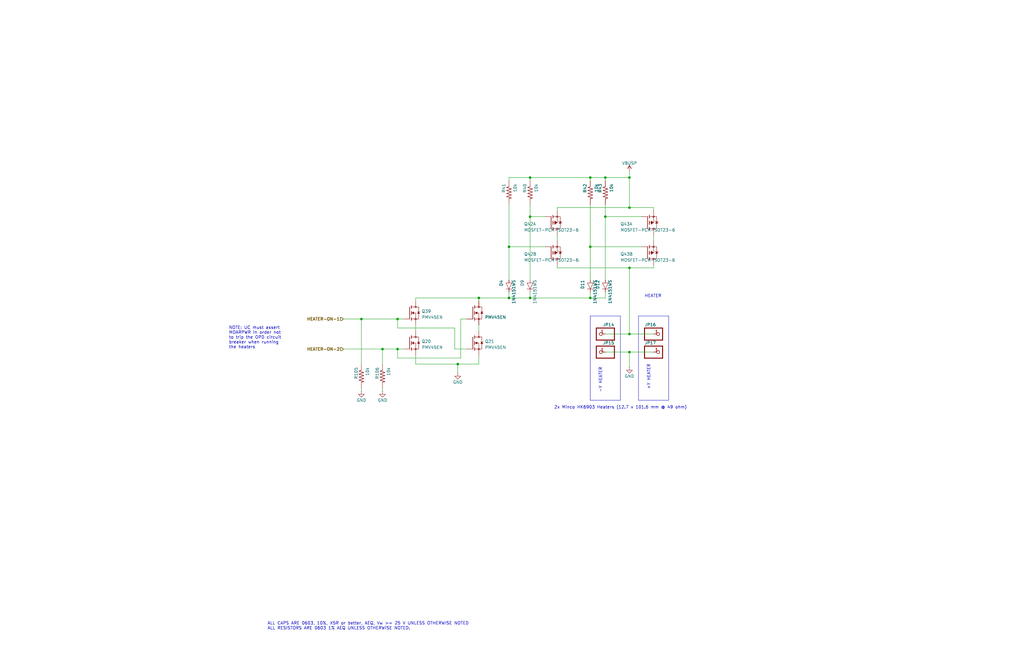
<source format=kicad_sch>
(kicad_sch (version 20250114) (generator "eeschema") (generator_version "9.0")
  (paper "B")
  (title_block (title "OreSat Battery Card") (date "2026-01-10") (rev "4.0") (company "Portland State Aerospace Society"))
  (lib_symbols
    (symbol "oresat-batteries-eagle-import:N-MOSFET-SOT-23-3"
      (property "Reference" "Q" (at 5.08 0 0))
      (symbol "N-MOSFET-SOT-23-3_1_0"
        (polyline (pts (xy 0 2.54) (xy 0 -2.54)) (stroke (width 0.254)))
        (polyline (pts (xy 0.762 3.175) (xy 0.762 2.54)) (stroke (width 0.254)))
        (polyline (pts (xy 0.762 2.54) (xy 0.762 1.905)) (stroke (width 0.254)))
        (polyline (pts (xy 0.762 2.54) (xy 3.81 2.54)) (stroke (width 0.1524)))
        (polyline (pts (xy 0.762 0.762) (xy 0.762 0)) (stroke (width 0.254)))
        (polyline (pts (xy 0.762 0) (xy 0.762 -0.762)) (stroke (width 0.254)))
        (polyline (pts (xy 0.762 0) (xy 2.54 0)) (stroke (width 0.1524)))
        (polyline (pts (xy 0.762 -1.905) (xy 0.762 -2.54)) (stroke (width 0.254)))
        (polyline (pts (xy 0.762 -2.54) (xy 0.762 -3.175)) (stroke (width 0.254)))
        (polyline (pts (xy 1.016 0) (xy 1.778 0.508) (xy 1.778 -0.508)) (stroke (width 0.1524)) (fill (type outline)))
        (circle (center 2.54 2.54) (radius 0.3592))
        (polyline (pts (xy 2.54 0) (xy 2.54 -2.54)) (stroke (width 0.1524)))
        (polyline (pts (xy 2.54 -2.54) (xy 0.762 -2.54)) (stroke (width 0.1524)))
        (polyline (pts (xy 2.54 -2.54) (xy 3.81 -2.54)) (stroke (width 0.1524)))
        (circle (center 2.54 -2.54) (radius 0.3592))
        (polyline (pts (xy 3.81 2.54) (xy 3.81 0.508)) (stroke (width 0.1524)))
        (polyline (pts (xy 3.81 0.508) (xy 3.302 0.508)) (stroke (width 0.1524)))
        (polyline (pts (xy 3.81 0.508) (xy 3.81 -2.54)) (stroke (width 0.1524)))
        (polyline (pts (xy 3.81 0.508) (xy 3.302 -0.254) (xy 4.318 -0.254)) (stroke (width 0.1524)) (fill (type outline)))
        (polyline (pts (xy 4.318 0.508) (xy 3.81 0.508)) (stroke (width 0.1524)))
        (pin passive line (at -2.54 -2.54 0) (length 2.54) (name "G") (number "1"))
        (pin passive line (at 2.54 5.08 270) (length 2.54) (name "D") (number "3"))
        (pin passive line (at 2.54 -5.08 90) (length 2.54) (name "S") (number "2"))
      )
    )
    (symbol "oresat-batteries-eagle-import:PINHD-1X1"
      (property "Reference" "JP" (at -6.35 3.175 0))
      (symbol "PINHD-1X1_1_0"
        (polyline (pts (xy -6.35 2.54) (xy -6.35 -2.54)) (stroke (width 0.4064)))
        (polyline (pts (xy -6.35 -2.54) (xy 1.27 -2.54)) (stroke (width 0.4064)))
        (polyline (pts (xy 1.27 2.54) (xy -6.35 2.54)) (stroke (width 0.4064)))
        (polyline (pts (xy 1.27 -2.54) (xy 1.27 2.54)) (stroke (width 0.4064)))
        (pin passive inverted (at -2.54 0 0) (length 2.54) (name "1") (number "1"))
      )
    )
    (symbol "oresat-batteries-eagle-import:Q-MOSFET-PCH-dual-SOT23-6_MOSFET-PCH-SOT23-6"
      (property "Reference" "Q" (at -11.43 -1.27 0))
      (symbol "Q-MOSFET-PCH-dual-SOT23-6_MOSFET-PCH-SOT23-6_1_0"
        (polyline (pts (xy 0 -2.54) (xy 0 2.54)) (stroke (width 0.254)))
        (polyline (pts (xy 0.762 2.54) (xy 0.762 3.175)) (stroke (width 0.254)))
        (polyline (pts (xy 0.762 1.905) (xy 0.762 2.54)) (stroke (width 0.254)))
        (polyline (pts (xy 0.762 0) (xy 0.762 0.762)) (stroke (width 0.254)))
        (polyline (pts (xy 0.762 0) (xy 2.54 0)) (stroke (width 0.1524)))
        (polyline (pts (xy 0.762 -0.762) (xy 0.762 0)) (stroke (width 0.254)))
        (polyline (pts (xy 0.762 -2.54) (xy 0.762 -1.905)) (stroke (width 0.254)))
        (polyline (pts (xy 0.762 -2.54) (xy 3.81 -2.54)) (stroke (width 0.1524)))
        (polyline (pts (xy 0.762 -3.175) (xy 0.762 -2.54)) (stroke (width 0.254)))
        (polyline (pts (xy 2.54 2.54) (xy 0.762 2.54)) (stroke (width 0.1524)))
        (polyline (pts (xy 2.54 2.54) (xy 3.81 2.54)) (stroke (width 0.1524)))
        (circle (center 2.54 2.54) (radius 0.3592))
        (polyline (pts (xy 2.54 0) (xy 2.54 2.54)) (stroke (width 0.1524)))
        (polyline (pts (xy 2.54 0) (xy 1.524 0.762) (xy 1.524 -0.762)) (stroke (width 0.1524)) (fill (type outline)))
        (circle (center 2.54 -2.54) (radius 0.3592))
        (polyline (pts (xy 3.048 0.762) (xy 3.302 0.508)) (stroke (width 0.1524)))
        (polyline (pts (xy 3.302 0.508) (xy 3.81 0.508)) (stroke (width 0.1524)))
        (polyline (pts (xy 3.81 0.508) (xy 3.81 2.54)) (stroke (width 0.1524)))
        (polyline (pts (xy 3.81 0.508) (xy 4.318 0.508)) (stroke (width 0.1524)))
        (polyline (pts (xy 3.81 0.508) (xy 4.318 -0.254) (xy 3.302 -0.254)) (stroke (width 0.1524)) (fill (type outline)))
        (polyline (pts (xy 3.81 -2.54) (xy 3.81 0.508)) (stroke (width 0.1524)))
        (polyline (pts (xy 4.318 0.508) (xy 4.572 0.254)) (stroke (width 0.1524)))
        (pin passive line (at -2.54 2.54 0) (length 2.54) (name "G") (number "1"))
        (pin passive line (at 2.54 5.08 270) (length 2.54) (name "S") (number "5"))
        (pin passive line (at 2.54 -5.08 90) (length 2.54) (name "D") (number "6"))
      )
      (symbol "Q-MOSFET-PCH-dual-SOT23-6_MOSFET-PCH-SOT23-6_2_0"
        (polyline (pts (xy 0 -2.54) (xy 0 2.54)) (stroke (width 0.254)))
        (polyline (pts (xy 0.762 2.54) (xy 0.762 3.175)) (stroke (width 0.254)))
        (polyline (pts (xy 0.762 1.905) (xy 0.762 2.54)) (stroke (width 0.254)))
        (polyline (pts (xy 0.762 0) (xy 0.762 0.762)) (stroke (width 0.254)))
        (polyline (pts (xy 0.762 0) (xy 2.54 0)) (stroke (width 0.1524)))
        (polyline (pts (xy 0.762 -0.762) (xy 0.762 0)) (stroke (width 0.254)))
        (polyline (pts (xy 0.762 -2.54) (xy 0.762 -1.905)) (stroke (width 0.254)))
        (polyline (pts (xy 0.762 -2.54) (xy 3.81 -2.54)) (stroke (width 0.1524)))
        (polyline (pts (xy 0.762 -3.175) (xy 0.762 -2.54)) (stroke (width 0.254)))
        (polyline (pts (xy 2.54 2.54) (xy 0.762 2.54)) (stroke (width 0.1524)))
        (polyline (pts (xy 2.54 2.54) (xy 3.81 2.54)) (stroke (width 0.1524)))
        (circle (center 2.54 2.54) (radius 0.3592))
        (polyline (pts (xy 2.54 0) (xy 2.54 2.54)) (stroke (width 0.1524)))
        (polyline (pts (xy 2.54 0) (xy 1.524 0.762) (xy 1.524 -0.762)) (stroke (width 0.1524)) (fill (type outline)))
        (circle (center 2.54 -2.54) (radius 0.3592))
        (polyline (pts (xy 3.048 0.762) (xy 3.302 0.508)) (stroke (width 0.1524)))
        (polyline (pts (xy 3.302 0.508) (xy 3.81 0.508)) (stroke (width 0.1524)))
        (polyline (pts (xy 3.81 0.508) (xy 3.81 2.54)) (stroke (width 0.1524)))
        (polyline (pts (xy 3.81 0.508) (xy 4.318 0.508)) (stroke (width 0.1524)))
        (polyline (pts (xy 3.81 0.508) (xy 4.318 -0.254) (xy 3.302 -0.254)) (stroke (width 0.1524)) (fill (type outline)))
        (polyline (pts (xy 3.81 -2.54) (xy 3.81 0.508)) (stroke (width 0.1524)))
        (polyline (pts (xy 4.318 0.508) (xy 4.572 0.254)) (stroke (width 0.1524)))
        (pin passive line (at -2.54 2.54 0) (length 2.54) (name "G") (number "3"))
        (pin passive line (at 2.54 5.08 270) (length 2.54) (name "S") (number "2"))
        (pin passive line (at 2.54 -5.08 90) (length 2.54) (name "D") (number "4"))
      )
    )
    (symbol "oresat-batteries-eagle-import:R-US_0603-C-NOSILK"
      (property "Reference" "R" (at -3.81 1.4986 0))
      (symbol "R-US_0603-C-NOSILK_1_0"
        (polyline (pts (xy -2.54 0) (xy -2.159 1.016)) (stroke (width 0.2032)))
        (polyline (pts (xy -2.159 1.016) (xy -1.524 -1.016)) (stroke (width 0.2032)))
        (polyline (pts (xy -1.524 -1.016) (xy -0.889 1.016)) (stroke (width 0.2032)))
        (polyline (pts (xy -0.889 1.016) (xy -0.254 -1.016)) (stroke (width 0.2032)))
        (polyline (pts (xy -0.254 -1.016) (xy 0.381 1.016)) (stroke (width 0.2032)))
        (polyline (pts (xy 0.381 1.016) (xy 1.016 -1.016)) (stroke (width 0.2032)))
        (polyline (pts (xy 1.016 -1.016) (xy 1.651 1.016)) (stroke (width 0.2032)))
        (polyline (pts (xy 1.651 1.016) (xy 2.286 -1.016)) (stroke (width 0.2032)))
        (polyline (pts (xy 2.286 -1.016) (xy 2.54 0)) (stroke (width 0.2032)))
        (pin passive line (at -5.08 0 0) (length 2.54) (name "1") (number "1"))
        (pin passive line (at 5.08 0 180) (length 2.54) (name "2") (number "2"))
      )
    )
    (symbol "oresat-batteries-eagle-import:VBUSP" (power)
      (property "Value" "VBUSP" (at 0 2.794 0))
      (symbol "VBUSP_1_0"
        (polyline (pts (xy 0 2.54) (xy -0.762 1.27)) (stroke (width 0.254)))
        (polyline (pts (xy 0.762 1.27) (xy 0 2.54)) (stroke (width 0.254)))
        (pin power_in line (at 0 0 90) (length 2.54) (name "VBUSP") (number "1"))
      )
    )
    (symbol "oresat-diodes:1N4151WS-HE3" (pin_numbers (hide yes)) (pin_names (offset 0) (hide yes))
      (property "Reference" "D" (at 0 2.54 0))
      (property "Value" "1N4151WS" (at 0 -2.54 0))
      (symbol "1N4151WS-HE3_0_1"
        (polyline (pts (xy 1.27 0) (xy 1.27 1.27) (xy 1.27 -1.27) (xy 1.27 0) (xy -1.27 1.27) (xy -1.27 -1.27) (xy 1.27 0)))
      )
      (symbol "1N4151WS-HE3_1_1"
        (pin passive line (at -2.54 0 0) (length 1.27) (name "2") (number "2"))
        (pin passive line (at 2.54 0 180) (length 1.27) (name "1") (number "1"))
      )
    )
    (symbol "power:GND" (power) (pin_numbers (hide yes)) (pin_names (offset 0) (hide yes))
      (property "Value" "GND" (at 0 -3.81 0))
      (symbol "GND_0_1"
        (polyline (pts (xy 0 0) (xy 0 -1.27) (xy 1.27 -1.27) (xy 0 -2.54) (xy -1.27 -1.27) (xy 0 -1.27)))
      )
      (symbol "GND_1_1"
        (pin power_in line (at 0 0 270) (length 0) (name "~") (number "1"))
      )
    )
  )
  (text "NOTE: UC must assert\nMOARPWR in order not\nto trip the OPD circuit\nbreaker when running\nthe heaters~{}" (at 96.52 147.32 0) (effects (font (size 1.27 1.27)) (justify left bottom)))
  (text "2x Minco HK6903 Heaters (12.7 x 101.6 mm @ 49 ohm)" (at 233.68 172.72 0) (effects (font (size 1.27 1.27)) (justify left bottom)))
  (text "+Y HEATER" (at 274.32 153.67 90) (effects (font (size 1.27 1.27)) (justify right bottom)))
  (text "HEATER" (at 271.78 125.73 0) (effects (font (size 1.27 1.27)) (justify left bottom)))
  (text "-Y HEATER" (at 254 154.94 90) (effects (font (size 1.27 1.27)) (justify right bottom)))
  (text "ALL CAPS ARE 0603, 10%, X5R or better, AEQ, Vw >= 25 V UNLESS OTHERWISE NOTED\nALL RESISTORS ARE 0603 1% AEQ UNLESS OTHERWISE NOTED." (at 112.776 265.938 0) (effects (font (size 1.27 1.27)) (justify left bottom)))
  (junction (at 214.63 104.14))
  (junction (at 193.04 153.67))
  (junction (at 152.4 134.62))
  (junction (at 201.93 125.73))
  (junction (at 223.52 91.44))
  (junction (at 214.63 125.73))
  (junction (at 167.64 134.62))
  (junction (at 265.43 113.03))
  (junction (at 255.27 91.44))
  (junction (at 265.43 140.97))
  (junction (at 265.43 87.63))
  (junction (at 248.92 104.14))
  (junction (at 255.27 74.93))
  (junction (at 248.92 74.93))
  (junction (at 265.43 148.59))
  (junction (at 223.52 74.93))
  (junction (at 265.43 74.93))
  (junction (at 167.64 147.32))
  (junction (at 161.29 147.32))
  (junction (at 248.92 125.73))
  (junction (at 223.52 125.73))
  (wire (pts (xy 223.52 74.93) (xy 214.63 74.93)) (stroke (width 0.1524)))
  (wire (pts (xy 194.31 134.62) (xy 194.31 151.13)) (stroke (width 0.1524)))
  (wire (pts (xy 223.52 74.93) (xy 248.92 74.93)) (stroke (width 0.1524)))
  (wire (pts (xy 223.52 123.19) (xy 223.52 125.73)) (stroke (width 0.1524)))
  (wire (pts (xy 234.95 113.03) (xy 265.43 113.03)) (stroke (width 0.1524)))
  (wire (pts (xy 248.92 104.14) (xy 270.51 104.14)) (stroke (width 0.1524)))
  (wire (pts (xy 234.95 111.76) (xy 234.95 113.03)) (stroke (width 0.1524)))
  (polyline (pts (xy 248.92 168.91) (xy 261.62 168.91)) (stroke (width 0.1524) (type solid)))
  (wire (pts (xy 175.26 153.67) (xy 175.26 149.86)) (stroke (width 0.1524)))
  (wire (pts (xy 255.27 148.59) (xy 265.43 148.59)) (stroke (width 0.1524)))
  (wire (pts (xy 229.87 104.14) (xy 214.63 104.14)) (stroke (width 0.1524)))
  (wire (pts (xy 201.93 137.16) (xy 201.93 139.7)) (stroke (width 0.1524)))
  (polyline (pts (xy 261.62 168.91) (xy 261.62 133.35)) (stroke (width 0.1524) (type solid)))
  (wire (pts (xy 255.27 140.97) (xy 265.43 140.97)) (stroke (width 0.1524)))
  (wire (pts (xy 152.4 165.1) (xy 152.4 163.83)) (stroke (width 0.1524)))
  (wire (pts (xy 144.78 147.32) (xy 161.29 147.32)) (stroke (width 0.1524)))
  (polyline (pts (xy 269.24 168.91) (xy 281.94 168.91)) (stroke (width 0.1524) (type solid)))
  (wire (pts (xy 265.43 140.97) (xy 275.59 140.97)) (stroke (width 0.1524)))
  (polyline (pts (xy 281.94 168.91) (xy 281.94 133.35)) (stroke (width 0.1524) (type solid)))
  (wire (pts (xy 275.59 101.6) (xy 275.59 99.06)) (stroke (width 0.1524)))
  (wire (pts (xy 152.4 134.62) (xy 167.64 134.62)) (stroke (width 0.1524)))
  (wire (pts (xy 196.85 134.62) (xy 194.31 134.62)) (stroke (width 0.1524)))
  (wire (pts (xy 265.43 74.93) (xy 265.43 72.39)) (stroke (width 0.1524)))
  (wire (pts (xy 255.27 91.44) (xy 255.27 118.11)) (stroke (width 0.1524)))
  (wire (pts (xy 248.92 74.93) (xy 255.27 74.93)) (stroke (width 0.1524)))
  (wire (pts (xy 201.93 149.86) (xy 201.93 153.67)) (stroke (width 0.1524)))
  (wire (pts (xy 175.26 127) (xy 175.26 125.73)) (stroke (width 0.1524)))
  (wire (pts (xy 265.43 87.63) (xy 265.43 74.93)) (stroke (width 0.1524)))
  (wire (pts (xy 270.51 91.44) (xy 255.27 91.44)) (stroke (width 0.1524)))
  (wire (pts (xy 265.43 113.03) (xy 265.43 140.97)) (stroke (width 0.1524)))
  (wire (pts (xy 144.78 134.62) (xy 152.4 134.62)))
  (wire (pts (xy 223.52 91.44) (xy 223.52 118.11)) (stroke (width 0.1524)))
  (polyline (pts (xy 281.94 133.35) (xy 269.24 133.35)) (stroke (width 0.1524) (type solid)))
  (wire (pts (xy 214.63 123.19) (xy 214.63 125.73)) (stroke (width 0.1524)))
  (polyline (pts (xy 269.24 133.35) (xy 269.24 168.91)) (stroke (width 0.1524) (type solid)))
  (wire (pts (xy 214.63 125.73) (xy 223.52 125.73)) (stroke (width 0.1524)))
  (wire (pts (xy 214.63 104.14) (xy 214.63 118.11)) (stroke (width 0.1524)))
  (wire (pts (xy 265.43 152.4) (xy 265.43 148.59)) (stroke (width 0.1524)))
  (wire (pts (xy 193.04 153.67) (xy 175.26 153.67)) (stroke (width 0.1524)))
  (polyline (pts (xy 261.62 133.35) (xy 248.92 133.35)) (stroke (width 0.1524) (type solid)))
  (wire (pts (xy 229.87 91.44) (xy 223.52 91.44)) (stroke (width 0.1524)))
  (wire (pts (xy 214.63 74.93) (xy 214.63 76.2)) (stroke (width 0.1524)))
  (polyline (pts (xy 248.92 133.35) (xy 248.92 168.91)) (stroke (width 0.1524) (type solid)))
  (wire (pts (xy 196.85 147.32) (xy 191.77 147.32)) (stroke (width 0.1524)))
  (wire (pts (xy 193.04 154.94) (xy 193.04 153.67)) (stroke (width 0.1524)))
  (wire (pts (xy 167.64 147.32) (xy 170.18 147.32)) (stroke (width 0.1524)))
  (wire (pts (xy 255.27 91.44) (xy 255.27 86.36)) (stroke (width 0.1524)))
  (wire (pts (xy 170.18 134.62) (xy 167.64 134.62)) (stroke (width 0.1524)))
  (wire (pts (xy 265.43 87.63) (xy 275.59 87.63)) (stroke (width 0.1524)))
  (wire (pts (xy 167.64 151.13) (xy 167.64 147.32)) (stroke (width 0.1524)))
  (wire (pts (xy 248.92 86.36) (xy 248.92 104.14)) (stroke (width 0.1524)))
  (wire (pts (xy 214.63 104.14) (xy 214.63 86.36)) (stroke (width 0.1524)))
  (wire (pts (xy 175.26 137.16) (xy 175.26 139.7)) (stroke (width 0.1524)))
  (wire (pts (xy 223.52 125.73) (xy 248.92 125.73)) (stroke (width 0.1524)))
  (wire (pts (xy 161.29 147.32) (xy 161.29 153.67)) (stroke (width 0.1524)))
  (wire (pts (xy 167.64 138.43) (xy 191.77 138.43)) (stroke (width 0.1524)))
  (wire (pts (xy 265.43 148.59) (xy 275.59 148.59)) (stroke (width 0.1524)))
  (wire (pts (xy 201.93 153.67) (xy 193.04 153.67)) (stroke (width 0.1524)))
  (wire (pts (xy 248.92 123.19) (xy 248.92 125.73)) (stroke (width 0.1524)))
  (wire (pts (xy 167.64 138.43) (xy 167.64 134.62)) (stroke (width 0.1524)))
  (wire (pts (xy 248.92 125.73) (xy 255.27 125.73)) (stroke (width 0.1524)))
  (wire (pts (xy 234.95 88.9) (xy 234.95 87.63)) (stroke (width 0.1524)))
  (wire (pts (xy 167.64 151.13) (xy 194.31 151.13)) (stroke (width 0.1524)))
  (wire (pts (xy 234.95 87.63) (xy 265.43 87.63)) (stroke (width 0.1524)))
  (wire (pts (xy 201.93 125.73) (xy 214.63 125.73)) (stroke (width 0.1524)))
  (wire (pts (xy 152.4 134.62) (xy 152.4 153.67)) (stroke (width 0.1524)))
  (wire (pts (xy 175.26 125.73) (xy 201.93 125.73)) (stroke (width 0.1524)))
  (wire (pts (xy 234.95 99.06) (xy 234.95 101.6)) (stroke (width 0.1524)))
  (wire (pts (xy 223.52 91.44) (xy 223.52 86.36)) (stroke (width 0.1524)))
  (wire (pts (xy 223.52 76.2) (xy 223.52 74.93)) (stroke (width 0.1524)))
  (wire (pts (xy 275.59 87.63) (xy 275.59 88.9)) (stroke (width 0.1524)))
  (wire (pts (xy 265.43 152.4) (xy 265.43 154.94)))
  (wire (pts (xy 167.64 147.32) (xy 161.29 147.32)) (stroke (width 0.1524)))
  (wire (pts (xy 248.92 118.11) (xy 248.92 104.14)) (stroke (width 0.1524)))
  (wire (pts (xy 255.27 74.93) (xy 265.43 74.93)) (stroke (width 0.1524)))
  (wire (pts (xy 191.77 147.32) (xy 191.77 138.43)) (stroke (width 0.1524)))
  (wire (pts (xy 255.27 76.2) (xy 255.27 74.93)) (stroke (width 0.1524)))
  (wire (pts (xy 193.04 154.94) (xy 193.04 157.48)))
  (wire (pts (xy 255.27 125.73) (xy 255.27 123.19)) (stroke (width 0.1524)))
  (wire (pts (xy 201.93 127) (xy 201.93 125.73)) (stroke (width 0.1524)))
  (wire (pts (xy 265.43 113.03) (xy 275.59 113.03)) (stroke (width 0.1524)))
  (wire (pts (xy 275.59 113.03) (xy 275.59 111.76)) (stroke (width 0.1524)))
  (wire (pts (xy 161.29 165.1) (xy 161.29 163.83)) (stroke (width 0.1524)))
  (wire (pts (xy 248.92 76.2) (xy 248.92 74.93)) (stroke (width 0.1524)))
  (hierarchical_label "HEATER-ON-2" (shape input) (at 144.78 147.32 180) (effects (font (size 1.2446 1.2446) (thickness 0.2489) (bold yes))))
  (hierarchical_label "HEATER-ON-1" (shape input) (at 144.78 134.62 180) (effects (font (size 1.2446 1.2446) (thickness 0.2489) (bold yes))))
  (symbol (lib_id "oresat-batteries-eagle-import:N-MOSFET-SOT-23-3") (at 199.39 144.78 0) (unit 1)
    (property "Reference" "Q21" (at 204.47 144.78 0) (effects (justify left bottom)))
    (property "Value" "PMV45EN" (at 204.47 147.32 0) (effects (justify left bottom)))
    (property "Footprint" "oresat-batteries:SOT23-3" (effects (hide yes)))
  )
  (symbol (lib_id "oresat-diodes:1N4151WS-HE3") (at 255.27 120.65 90) (mirror x) (unit 1)
    (property "Reference" "D12" (at 252.73 118.11 0) (effects (justify left bottom)))
    (property "Value" "1N4151WS" (at 256.54 128.27 0) (effects (justify right top)))
    (property "Footprint" "Diode_SMD:D_SOD-323" (effects (hide yes)))
    (property "Datasheet" "https://www.vishay.com/docs/85847/1n4151ws.pdf" (effects (hide yes)))
  )
  (symbol (lib_id "oresat-batteries-eagle-import:Q-MOSFET-PCH-dual-SOT23-6_MOSFET-PCH-SOT23-6") (at 232.41 106.68 0) (unit 2)
    (property "Reference" "Q42" (at 220.98 107.95 0) (effects (justify left bottom)))
    (property "Value" "MOSFET-PCH-SOT23-6" (at 220.98 110.49 0) (effects (justify left bottom)))
    (property "Footprint" "oresat-batteries:SOT23-6" (effects (hide yes)))
  )
  (symbol (lib_id "oresat-batteries-eagle-import:N-MOSFET-SOT-23-3") (at 172.72 144.78 0) (unit 1)
    (property "Reference" "Q20" (at 177.8 144.78 0) (effects (justify left bottom)))
    (property "Value" "PMV45EN" (at 177.8 147.32 0) (effects (justify left bottom)))
    (property "Footprint" "oresat-batteries:SOT23-3" (effects (hide yes)))
  )
  (symbol (lib_id "oresat-batteries-eagle-import:N-MOSFET-SOT-23-3") (at 199.39 132.08 0) (unit 1)
    (property "Reference" "Q38" (effects (hide yes)))
    (property "Value" "PMV45EN" (at 204.47 134.62 0) (effects (justify left bottom)))
    (property "Footprint" "oresat-batteries:SOT23-3" (effects (hide yes)))
  )
  (symbol (lib_id "oresat-batteries-eagle-import:PINHD-1X1") (at 278.13 148.59 0) (unit 1)
    (property "Reference" "JP17" (at 271.78 145.415 0) (effects (justify left bottom)))
    (property "Value" "PINHD-1X1" (effects (hide yes)))
    (property "Footprint" "oresat-batteries:1X01" (effects (hide yes)))
  )
  (symbol (lib_id "oresat-batteries-eagle-import:R-US_0603-C-NOSILK") (at 255.27 81.28 90) (mirror x) (unit 1)
    (property "Reference" "R43" (at 253.7714 77.47 0) (effects (justify left bottom)))
    (property "Value" "10k" (at 258.572 77.47 0) (effects (justify left bottom)))
    (property "Footprint" "oresat-batteries:.0603-C-NOSILK" (effects (hide yes)))
    (property "DIS" "Digi-Key" (effects (hide yes)))
    (property "DPN" "311-10.0KHRCT-ND" (effects (hide yes)))
    (property "MFR" "Yageo" (effects (hide yes)))
    (property "MPN" "RC0603FR-0710KL" (effects (hide yes)))
  )
  (symbol (lib_id "oresat-batteries-eagle-import:PINHD-1X1") (at 252.73 140.97 0) (mirror y) (unit 1)
    (property "Reference" "JP14" (at 259.08 137.795 0) (effects (justify left bottom)))
    (property "Value" "PINHD-1X1" (effects (hide yes)))
    (property "Footprint" "oresat-batteries:1X01" (effects (hide yes)))
  )
  (symbol (lib_id "oresat-diodes:1N4151WS-HE3") (at 223.52 120.65 90) (mirror x) (unit 1)
    (property "Reference" "D9" (at 220.98 118.11 0) (effects (justify left bottom)))
    (property "Value" "1N4151WS" (at 224.79 128.27 0) (effects (justify right top)))
    (property "Footprint" "Diode_SMD:D_SOD-323" (effects (hide yes)))
    (property "Datasheet" "https://www.vishay.com/docs/85847/1n4151ws.pdf" (effects (hide yes)))
  )
  (symbol (lib_id "oresat-batteries-eagle-import:R-US_0603-C-NOSILK") (at 214.63 81.28 90) (mirror x) (unit 1)
    (property "Reference" "R41" (at 213.1314 77.47 0) (effects (justify left bottom)))
    (property "Value" "10k" (at 217.932 77.47 0) (effects (justify left bottom)))
    (property "Footprint" "oresat-batteries:.0603-C-NOSILK" (effects (hide yes)))
    (property "DIS" "Digi-Key" (effects (hide yes)))
    (property "DPN" "311-10.0KHRCT-ND" (effects (hide yes)))
    (property "MFR" "Yageo" (effects (hide yes)))
    (property "MPN" "RC0603FR-0710KL" (effects (hide yes)))
  )
  (symbol (lib_id "oresat-batteries-eagle-import:R-US_0603-C-NOSILK") (at 152.4 158.75 90) (mirror x) (unit 1)
    (property "Reference" "R105" (at 150.9014 154.94 0) (effects (justify left bottom)))
    (property "Value" "10k" (at 155.702 154.94 0) (effects (justify left bottom)))
    (property "Footprint" "oresat-batteries:.0603-C-NOSILK" (effects (hide yes)))
    (property "DIS" "Digi-Key" (effects (hide yes)))
    (property "DPN" "311-10.0KHRCT-ND" (effects (hide yes)))
    (property "MFR" "Yageo" (effects (hide yes)))
    (property "MPN" "RC0603FR-0710KL" (effects (hide yes)))
  )
  (symbol (lib_id "oresat-batteries-eagle-import:R-US_0603-C-NOSILK") (at 248.92 81.28 90) (mirror x) (unit 1)
    (property "Reference" "R42" (at 247.4214 77.47 0) (effects (justify left bottom)))
    (property "Value" "10k" (at 252.222 77.47 0) (effects (justify left bottom)))
    (property "Footprint" "oresat-batteries:.0603-C-NOSILK" (effects (hide yes)))
    (property "DIS" "Digi-Key" (effects (hide yes)))
    (property "DPN" "311-10.0KHRCT-ND" (effects (hide yes)))
    (property "MFR" "Yageo" (effects (hide yes)))
    (property "MPN" "RC0603FR-0710KL" (effects (hide yes)))
  )
  (symbol (lib_id "oresat-batteries-eagle-import:N-MOSFET-SOT-23-3") (at 172.72 132.08 0) (unit 1)
    (property "Reference" "Q39" (at 177.8 132.08 0) (effects (justify left bottom)))
    (property "Value" "PMV45EN" (at 177.8 134.62 0) (effects (justify left bottom)))
    (property "Footprint" "oresat-batteries:SOT23-3" (effects (hide yes)))
  )
  (symbol (lib_id "oresat-batteries-eagle-import:Q-MOSFET-PCH-dual-SOT23-6_MOSFET-PCH-SOT23-6") (at 273.05 106.68 0) (unit 2)
    (property "Reference" "Q43" (at 261.62 107.95 0) (effects (justify left bottom)))
    (property "Value" "MOSFET-PCH-SOT23-6" (at 261.62 110.49 0) (effects (justify left bottom)))
    (property "Footprint" "oresat-batteries:SOT23-6" (effects (hide yes)))
  )
  (symbol (lib_id "oresat-batteries-eagle-import:VBUSP") (at 265.43 72.39 0) (unit 1)
    (property "Reference" "#VBUSP03" (effects (hide yes)))
    (property "Value" "VBUSP" (at 265.43 69.596 0) (effects (justify bottom)))
  )
  (symbol (lib_id "oresat-diodes:1N4151WS-HE3") (at 248.92 120.65 90) (mirror x) (unit 1)
    (property "Reference" "D11" (at 246.38 118.11 0) (effects (justify left bottom)))
    (property "Value" "1N4151WS" (at 250.19 128.27 0) (effects (justify right top)))
    (property "Footprint" "Diode_SMD:D_SOD-323" (effects (hide yes)))
    (property "Datasheet" "https://www.vishay.com/docs/85847/1n4151ws.pdf" (effects (hide yes)))
  )
  (symbol (lib_id "oresat-batteries-eagle-import:PINHD-1X1") (at 278.13 140.97 0) (unit 1)
    (property "Reference" "JP16" (at 271.78 137.795 0) (effects (justify left bottom)))
    (property "Value" "PINHD-1X1" (effects (hide yes)))
    (property "Footprint" "oresat-batteries:1X01" (effects (hide yes)))
  )
  (symbol (lib_id "power:GND") (at 265.43 154.94 0) (mirror y) (unit 1)
    (property "Reference" "#PWR4" (effects (hide yes)))
    (property "Value" "GND" (at 265.43 158.75 0))
    (property "Description" "Power symbol creates a global label with name \"GND\" , ground" (effects (hide yes)))
  )
  (symbol (lib_id "oresat-batteries-eagle-import:Q-MOSFET-PCH-dual-SOT23-6_MOSFET-PCH-SOT23-6") (at 273.05 93.98 0) (unit 1)
    (property "Reference" "Q43" (at 261.62 95.25 0) (effects (justify left bottom)))
    (property "Value" "MOSFET-PCH-SOT23-6" (at 261.62 97.79 0) (effects (justify left bottom)))
    (property "Footprint" "oresat-batteries:SOT23-6" (effects (hide yes)))
  )
  (symbol (lib_id "power:GND") (at 152.4 165.1 0) (mirror y) (unit 1)
    (property "Reference" "#PWR32" (effects (hide yes)))
    (property "Value" "GND" (at 152.4 168.91 0))
    (property "Description" "Power symbol creates a global label with name \"GND\" , ground" (effects (hide yes)))
  )
  (symbol (lib_id "power:GND") (at 193.04 157.48 0) (mirror y) (unit 1)
    (property "Reference" "#PWR33" (effects (hide yes)))
    (property "Value" "GND" (at 193.04 161.29 0))
    (property "Description" "Power symbol creates a global label with name \"GND\" , ground" (effects (hide yes)))
  )
  (symbol (lib_id "power:GND") (at 161.29 165.1 0) (mirror y) (unit 1)
    (property "Reference" "#PWR31" (effects (hide yes)))
    (property "Value" "GND" (at 161.29 168.91 0))
    (property "Description" "Power symbol creates a global label with name \"GND\" , ground" (effects (hide yes)))
  )
  (symbol (lib_id "oresat-batteries-eagle-import:PINHD-1X1") (at 252.73 148.59 0) (mirror y) (unit 1)
    (property "Reference" "JP15" (at 259.08 145.415 0) (effects (justify left bottom)))
    (property "Value" "PINHD-1X1" (effects (hide yes)))
    (property "Footprint" "oresat-batteries:1X01" (effects (hide yes)))
  )
  (symbol (lib_id "oresat-batteries-eagle-import:R-US_0603-C-NOSILK") (at 223.52 81.28 90) (mirror x) (unit 1)
    (property "Reference" "R40" (at 222.0214 77.47 0) (effects (justify left bottom)))
    (property "Value" "10k" (at 226.822 77.47 0) (effects (justify left bottom)))
    (property "Footprint" "oresat-batteries:.0603-C-NOSILK" (effects (hide yes)))
    (property "DIS" "Digi-Key" (effects (hide yes)))
    (property "DPN" "311-10.0KHRCT-ND" (effects (hide yes)))
    (property "MFR" "Yageo" (effects (hide yes)))
    (property "MPN" "RC0603FR-0710KL" (effects (hide yes)))
  )
  (symbol (lib_id "oresat-batteries-eagle-import:Q-MOSFET-PCH-dual-SOT23-6_MOSFET-PCH-SOT23-6") (at 232.41 93.98 0) (unit 1)
    (property "Reference" "Q42" (at 220.98 95.25 0) (effects (justify left bottom)))
    (property "Value" "MOSFET-PCH-SOT23-6" (at 220.98 97.79 0) (effects (justify left bottom)))
    (property "Footprint" "oresat-batteries:SOT23-6" (effects (hide yes)))
  )
  (symbol (lib_id "oresat-batteries-eagle-import:R-US_0603-C-NOSILK") (at 161.29 158.75 90) (mirror x) (unit 1)
    (property "Reference" "R106" (at 159.7914 154.94 0) (effects (justify left bottom)))
    (property "Value" "10k" (at 164.592 154.94 0) (effects (justify left bottom)))
    (property "Footprint" "oresat-batteries:.0603-C-NOSILK" (effects (hide yes)))
    (property "DIS" "Digi-Key" (effects (hide yes)))
    (property "DPN" "311-10.0KHRCT-ND" (effects (hide yes)))
    (property "MFR" "Yageo" (effects (hide yes)))
    (property "MPN" "RC0603FR-0710KL" (effects (hide yes)))
  )
  (symbol (lib_id "oresat-diodes:1N4151WS-HE3") (at 214.63 120.65 90) (mirror x) (unit 1)
    (property "Reference" "D4" (at 212.09 118.11 0) (effects (justify left bottom)))
    (property "Value" "1N4151WS" (at 215.9 128.27 0) (effects (justify right top)))
    (property "Footprint" "Diode_SMD:D_SOD-323" (effects (hide yes)))
    (property "Datasheet" "https://www.vishay.com/docs/85847/1n4151ws.pdf" (effects (hide yes)))
  )
)
</source>
